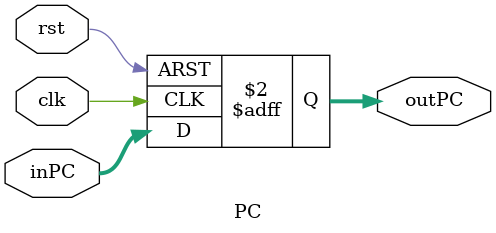
<source format=v>
`timescale 1ns/1ns
module PC(input clk, rst, input [15: 0] inPC, output reg[15: 0] outPC);
  
  always @(posedge clk, posedge rst) begin
    if(rst) 
      outPC <= 16'b0;
    else 
      outPC <= inPC;
  end
  
endmodule
</source>
